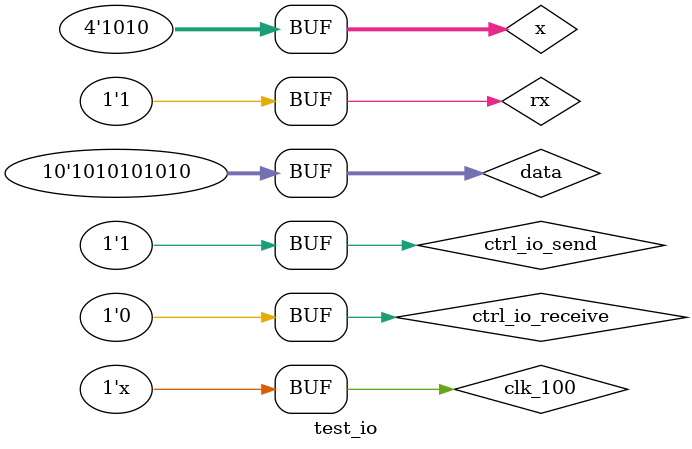
<source format=v>
`timescale 1ns / 1ps


module test_io;

	// Inputs
	reg clk_100;
	reg rx;
	reg ctrl_io_receive;
	reg ctrl_io_send;


	// Outputs
	wire tx;
	wire [15:0] data_out_io;
	wire [15:0] addr_io;
	wire we_io;
	wire led_rx;
	wire led_tx;
	wire [15:0] data_in_io;
	
	
	//local
	reg [9:0] data;
	reg [3:0] x;
	
	parameter buad_time =8680;
	// Instantiate the Unit Under Test (UUT)
	io_module uut (
		.clk_100(clk_100), 
		.rx(rx), 
		.tx(tx), 
		.data_in_io(data_in_io), 
		.data_out_io(data_out_io), 
		.addr_io(addr_io), 
		.we_io(we_io), 
		.ctrl_io_receive(ctrl_io_receive), 
		.ctrl_io_send(ctrl_io_send), 
		.led_rx(led_rx), 
		.led_tx(led_tx)
	);
	
	
	bram bram(
  .clka(clk_100), // input clka
  .wea(we_io), // input [0 : 0] wea
  .addra(addr_io), // input [15 : 0] addra
  .dina(data_out_io), // input [15 : 0] dina
  .douta(data_in_io), // output [15 : 0] douta
  .ena(1'b1),
  .clkb(1'b0), // input clkb
  .web(1'b0), // input [0 : 0] web
  .addrb(1'bz), // input [15 : 0] addrb
  .dinb(1'bz), // input [15 : 0] dinb
  //.doutb(1'bz), // output [15 : 0] doutb
  .enb(1'b0)
);
	
	always begin
	#50 clk_100 = ~clk_100;
	end

	initial begin
		// Initialize Inputs
		clk_100 = 0;
		rx = 1;
		//data_in_io = 16'b0000111111110000;
		// Wait 100 ns for global reset to finish
		#100;
        
		// Add stimulus here
		ctrl_io_receive = 1;
		ctrl_io_send = 0;
		
		#104160
		data =10'b 1000011110;
		for(x = 0 ; x<10; x= x + 1) begin
			#buad_time rx=data[x];
		end
		
		#104160
		data =10'b 1111100000;
		for(x = 0 ; x<10; x= x + 1) begin
			#buad_time rx=data[x];
		end
		
		#104160
		data =10'b 1010101010;
		for(x = 0 ; x<10; x= x + 1) begin
			#buad_time rx=data[x];
		end
		
		#104160
		data =10'b 1010101010;
		for(x = 0 ; x<10; x= x + 1) begin
			#buad_time rx=data[x];
		end
		
		#104160
		
		ctrl_io_receive = 0;
		ctrl_io_send = 1;

	end
      
endmodule


</source>
